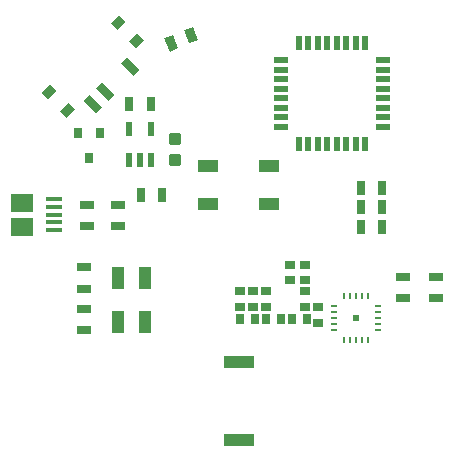
<source format=gtp>
G75*
%MOIN*%
%OFA0B0*%
%FSLAX25Y25*%
%IPPOS*%
%LPD*%
%AMOC8*
5,1,8,0,0,1.08239X$1,22.5*
%
%ADD10R,0.05000X0.02200*%
%ADD11R,0.02200X0.05000*%
%ADD12R,0.03150X0.03543*%
%ADD13R,0.06500X0.03937*%
%ADD14R,0.04724X0.03150*%
%ADD15R,0.02165X0.04724*%
%ADD16R,0.05315X0.01575*%
%ADD17R,0.07480X0.05906*%
%ADD18R,0.03150X0.04724*%
%ADD19R,0.10000X0.04000*%
%ADD20R,0.01969X0.01969*%
%ADD21R,0.01900X0.00800*%
%ADD22R,0.00800X0.01900*%
%ADD23R,0.03937X0.03150*%
%ADD24R,0.02756X0.05906*%
%ADD25R,0.04331X0.07480*%
%ADD26C,0.01181*%
%ADD27R,0.03543X0.02756*%
%ADD28R,0.02756X0.03543*%
D10*
X0098541Y0124713D03*
X0098541Y0127862D03*
X0098541Y0131012D03*
X0098541Y0134161D03*
X0098541Y0137311D03*
X0098541Y0140461D03*
X0098541Y0143610D03*
X0098541Y0146760D03*
X0132341Y0146760D03*
X0132341Y0143610D03*
X0132341Y0140461D03*
X0132341Y0137311D03*
X0132341Y0134161D03*
X0132341Y0131012D03*
X0132341Y0127862D03*
X0132341Y0124713D03*
D11*
X0126464Y0118836D03*
X0123315Y0118836D03*
X0120165Y0118836D03*
X0117015Y0118836D03*
X0113866Y0118836D03*
X0110716Y0118836D03*
X0107567Y0118836D03*
X0104417Y0118836D03*
X0104417Y0152636D03*
X0107567Y0152636D03*
X0110716Y0152636D03*
X0113866Y0152636D03*
X0117015Y0152636D03*
X0120165Y0152636D03*
X0123315Y0152636D03*
X0126464Y0152636D03*
D12*
X0038188Y0122585D03*
X0030707Y0122585D03*
X0034447Y0114317D03*
D13*
X0074114Y0111633D03*
X0074114Y0099035D03*
X0094406Y0099035D03*
X0094406Y0111633D03*
D14*
X0032832Y0056940D03*
X0032832Y0064026D03*
X0032832Y0070719D03*
X0032832Y0077806D03*
X0033750Y0091456D03*
X0033750Y0098542D03*
X0044005Y0098552D03*
X0044005Y0091465D03*
X0139131Y0074656D03*
X0139131Y0067570D03*
X0150155Y0067570D03*
X0150155Y0074656D03*
D15*
X0055152Y0113630D03*
X0051412Y0113630D03*
X0047672Y0113630D03*
X0047672Y0123867D03*
X0055152Y0123867D03*
D16*
X0022730Y0100419D03*
X0022730Y0097860D03*
X0022730Y0095301D03*
X0022730Y0092742D03*
X0022730Y0090183D03*
D17*
X0012100Y0091364D03*
X0012100Y0099238D03*
D18*
X0047865Y0132188D03*
X0054952Y0132188D03*
G36*
X0059483Y0154088D02*
X0062393Y0155293D01*
X0064201Y0150930D01*
X0061291Y0149725D01*
X0059483Y0154088D01*
G37*
G36*
X0066030Y0156800D02*
X0068940Y0158005D01*
X0070748Y0153642D01*
X0067838Y0152437D01*
X0066030Y0156800D01*
G37*
X0058817Y0101853D03*
X0051730Y0101853D03*
X0125030Y0104079D03*
X0125061Y0097867D03*
X0124946Y0091268D03*
X0132032Y0091268D03*
X0132148Y0097867D03*
X0132116Y0104079D03*
D19*
X0084411Y0046193D03*
X0084411Y0020193D03*
D20*
X0123502Y0060872D03*
D21*
X0130802Y0060872D03*
X0130802Y0062822D03*
X0130802Y0064822D03*
X0130802Y0058922D03*
X0130802Y0056922D03*
X0116202Y0056922D03*
X0116202Y0058922D03*
X0116202Y0060872D03*
X0116202Y0062822D03*
X0116202Y0064822D03*
D22*
X0119552Y0068172D03*
X0121552Y0068172D03*
X0123502Y0068172D03*
X0125452Y0068172D03*
X0127452Y0068172D03*
X0127452Y0053572D03*
X0125452Y0053572D03*
X0123502Y0053572D03*
X0121552Y0053572D03*
X0119552Y0053572D03*
D23*
G36*
X0024656Y0129869D02*
X0027438Y0132651D01*
X0029666Y0130423D01*
X0026884Y0127641D01*
X0024656Y0129869D01*
G37*
G36*
X0018532Y0135994D02*
X0021314Y0138776D01*
X0023542Y0136548D01*
X0020760Y0133766D01*
X0018532Y0135994D01*
G37*
G36*
X0041638Y0159100D02*
X0044420Y0161882D01*
X0046648Y0159654D01*
X0043866Y0156872D01*
X0041638Y0159100D01*
G37*
G36*
X0047762Y0152976D02*
X0050544Y0155758D01*
X0052772Y0153530D01*
X0049990Y0150748D01*
X0047762Y0152976D01*
G37*
D24*
G36*
X0045117Y0145875D02*
X0047066Y0147824D01*
X0051241Y0143649D01*
X0049292Y0141700D01*
X0045117Y0145875D01*
G37*
G36*
X0036766Y0137523D02*
X0038715Y0139472D01*
X0042890Y0135297D01*
X0040941Y0133348D01*
X0036766Y0137523D01*
G37*
G36*
X0032590Y0133347D02*
X0034539Y0135296D01*
X0038714Y0131121D01*
X0036765Y0129172D01*
X0032590Y0133347D01*
G37*
D25*
X0044067Y0074144D03*
X0053122Y0074144D03*
X0053122Y0059577D03*
X0044067Y0059577D03*
D26*
X0061635Y0115023D02*
X0064391Y0115023D01*
X0064391Y0112267D01*
X0061635Y0112267D01*
X0061635Y0115023D01*
X0061635Y0113447D02*
X0064391Y0113447D01*
X0064391Y0114627D02*
X0061635Y0114627D01*
X0061635Y0121928D02*
X0064391Y0121928D01*
X0064391Y0119172D01*
X0061635Y0119172D01*
X0061635Y0121928D01*
X0061635Y0120352D02*
X0064391Y0120352D01*
X0064391Y0121532D02*
X0061635Y0121532D01*
D27*
X0101293Y0078668D03*
X0101293Y0073550D03*
X0106415Y0073546D03*
X0106454Y0069735D03*
X0106454Y0064617D03*
X0110886Y0064424D03*
X0110886Y0059306D03*
X0093462Y0064617D03*
X0089131Y0064617D03*
X0084800Y0064617D03*
X0084800Y0069735D03*
X0089131Y0069735D03*
X0093462Y0069735D03*
X0106415Y0078664D03*
D28*
X0107045Y0060483D03*
X0101926Y0060483D03*
X0098383Y0060483D03*
X0093265Y0060483D03*
X0089722Y0060483D03*
X0084604Y0060483D03*
M02*

</source>
